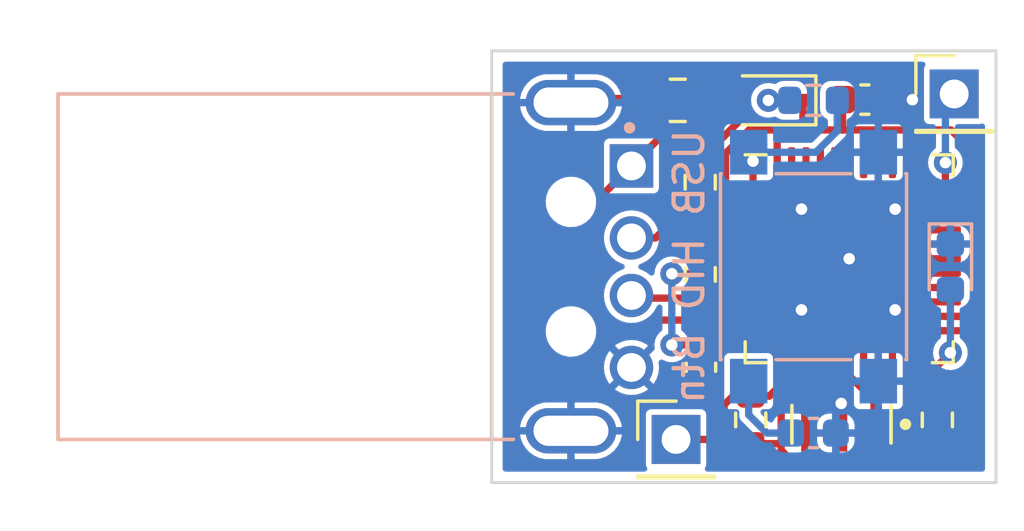
<source format=kicad_pcb>
(kicad_pcb (version 20211014) (generator pcbnew)
  (layers (0 "F.Cu" signal) (31 "B.Cu" signal) (34 "B.Paste" user) (35 "F.Paste" user) (36 "B.SilkS" user "B.Silkscreen") (37 "F.SilkS" user "F.Silkscreen") (38 "B.Mask" user) (39 "F.Mask" user) (44 "Edge.Cuts" user))
  (net 0 "")
  (net 1 "GND")
  (net 2 "+5V")
  (net 3 "Net-(D2-Pad2)")
  (net 4 "VBUS")
  (net 5 "Net-(J1-Pad2)")
  (net 6 "Net-(J1-Pad3)")
  (net 7 "Net-(R1-Pad2)")
  (net 8 "Net-(R2-Pad2)")
  (net 14 "Net-(U1-Pad16)")
  (net 15 "Net-(U1-Pad17)")
  (net 35 "Net-(R4-Pad1)")
  (net 36 "Net-(C2-Pad1)")
  (net 37 "Net-(R3-Pad2)")
  (net 38 "Net-(U1-Pad1)")
  (net 39 "Net-(U1-Pad33)")
  (footprint "Capacitor_SMD:C_0603_1608Metric" (layer "F.Cu") (at 98.5106 103.4928 -90)
    (fp_text reference "C2")
    (fp_text value "1u")
    (fp_line (start -0.14058 0.51) (end 0.14058 0.51) (layer "F.SilkS") (width 0.12))
    (fp_line (start -0.14058 -0.51) (end 0.14058 -0.51) (layer "F.SilkS") (width 0.12))
    (pad "1" smd roundrect (at -0.775 0 270) (size 0.9 0.95) (layers "F.Cu" "F.Paste" "F.Mask") (net 36 "Net-(C2-Pad1)"))
    (pad "2" smd roundrect (at 0.775 0 270) (size 0.9 0.95) (layers "F.Cu" "F.Paste" "F.Mask") (net 1 "GND"))
  )
  (footprint "Package_DFN_QFN:QFN-44-1EP_7x7mm_P0.5mm_EP5.2x5.2mm" (layer "F.Cu") (at 103.656 99.7235)
    (fp_text reference "U1")
    (fp_text value "ATmega32U4-M")
    (fp_line (start -3.61 3.61) (end -3.61 2.885) (layer "F.SilkS") (width 0.12))
    (fp_line (start 2.885 -3.61) (end 3.61 -3.61) (layer "F.SilkS") (width 0.12))
    (fp_line (start -2.885 3.61) (end -3.61 3.61) (layer "F.SilkS") (width 0.12))
    (fp_line (start 3.61 3.61) (end 3.61 2.885) (layer "F.SilkS") (width 0.12))
    (fp_line (start 2.885 3.61) (end 3.61 3.61) (layer "F.SilkS") (width 0.12))
    (fp_line (start -2.885 -3.61) (end -3.61 -3.61) (layer "F.SilkS") (width 0.12))
    (fp_line (start 3.61 -3.61) (end 3.61 -2.885) (layer "F.SilkS") (width 0.12))
    (pad "1" smd roundrect (at -3.3375 -2.5) (size 1.075 0.25) (layers "F.Cu" "F.Paste" "F.Mask") (net 38 "Net-(U1-Pad1)"))
    (pad "2" smd roundrect (at -3.3375 -2) (size 1.075 0.25) (layers "F.Cu" "F.Paste" "F.Mask") (net 2 "+5V"))
    (pad "3" smd roundrect (at -3.3375 -1.5) (size 1.075 0.25) (layers "F.Cu" "F.Paste" "F.Mask") (net 8 "Net-(R2-Pad2)"))
    (pad "4" smd roundrect (at -3.3375 -1) (size 1.075 0.25) (layers "F.Cu" "F.Paste" "F.Mask") (net 7 "Net-(R1-Pad2)"))
    (pad "5" smd roundrect (at -3.3375 -0.5) (size 1.075 0.25) (layers "F.Cu" "F.Paste" "F.Mask") (net 1 "GND"))
    (pad "6" smd roundrect (at -3.3375 0) (size 1.075 0.25) (layers "F.Cu" "F.Paste" "F.Mask") (net 36 "Net-(C2-Pad1)"))
    (pad "7" smd roundrect (at -3.3375 0.5) (size 1.075 0.25) (layers "F.Cu" "F.Paste" "F.Mask") (net 4 "VBUS"))
    (pad "8" smd roundrect (at -3.3375 1) (size 1.075 0.25) (layers "F.Cu" "F.Paste" "F.Mask"))
    (pad "9" smd roundrect (at -3.3375 1.5) (size 1.075 0.25) (layers "F.Cu" "F.Paste" "F.Mask"))
    (pad "10" smd roundrect (at -3.3375 2) (size 1.075 0.25) (layers "F.Cu" "F.Paste" "F.Mask"))
    (pad "11" smd roundrect (at -3.3375 2.5) (size 1.075 0.25) (layers "F.Cu" "F.Paste" "F.Mask"))
    (pad "12" smd roundrect (at -2.5 3.3375) (size 0.25 1.075) (layers "F.Cu" "F.Paste" "F.Mask"))
    (pad "13" smd roundrect (at -2 3.3375) (size 0.25 1.075) (layers "F.Cu" "F.Paste" "F.Mask") (net 37 "Net-(R3-Pad2)"))
    (pad "14" smd roundrect (at -1.5 3.3375) (size 0.25 1.075) (layers "F.Cu" "F.Paste" "F.Mask") (net 2 "+5V"))
    (pad "15" smd roundrect (at -1 3.3375) (size 0.25 1.075) (layers "F.Cu" "F.Paste" "F.Mask") (net 1 "GND"))
    (pad "16" smd roundrect (at -0.5 3.3375) (size 0.25 1.075) (layers "F.Cu" "F.Paste" "F.Mask") (net 14 "Net-(U1-Pad16)"))
    (pad "17" smd roundrect (at 0 3.3375) (size 0.25 1.075) (layers "F.Cu" "F.Paste" "F.Mask") (net 15 "Net-(U1-Pad17)"))
    (pad "18" smd roundrect (at 0.5 3.3375) (size 0.25 1.075) (layers "F.Cu" "F.Paste" "F.Mask"))
    (pad "19" smd roundrect (at 1 3.3375) (size 0.25 1.075) (layers "F.Cu" "F.Paste" "F.Mask"))
    (pad "20" smd roundrect (at 1.5 3.3375) (size 0.25 1.075) (layers "F.Cu" "F.Paste" "F.Mask"))
    (pad "21" smd roundrect (at 2 3.3375) (size 0.25 1.075) (layers "F.Cu" "F.Paste" "F.Mask") (net 35 "Net-(R4-Pad1)"))
    (pad "22" smd roundrect (at 2.5 3.3375) (size 0.25 1.075) (layers "F.Cu" "F.Paste" "F.Mask"))
    (pad "23" smd roundrect (at 3.3375 2.5) (size 1.075 0.25) (layers "F.Cu" "F.Paste" "F.Mask") (net 1 "GND"))
    (pad "24" smd roundrect (at 3.3375 2) (size 1.075 0.25) (layers "F.Cu" "F.Paste" "F.Mask") (net 2 "+5V"))
    (pad "25" smd roundrect (at 3.3375 1.5) (size 1.075 0.25) (layers "F.Cu" "F.Paste" "F.Mask"))
    (pad "26" smd roundrect (at 3.3375 1) (size 1.075 0.25) (layers "F.Cu" "F.Paste" "F.Mask"))
    (pad "27" smd roundrect (at 3.3375 0.5) (size 1.075 0.25) (layers "F.Cu" "F.Paste" "F.Mask"))
    (pad "28" smd roundrect (at 3.3375 0) (size 1.075 0.25) (layers "F.Cu" "F.Paste" "F.Mask"))
    (pad "29" smd roundrect (at 3.3375 -0.5) (size 1.075 0.25) (layers "F.Cu" "F.Paste" "F.Mask"))
    (pad "30" smd roundrect (at 3.3375 -1) (size 1.075 0.25) (layers "F.Cu" "F.Paste" "F.Mask"))
    (pad "31" smd roundrect (at 3.3375 -1.5) (size 1.075 0.25) (layers "F.Cu" "F.Paste" "F.Mask"))
    (pad "32" smd roundrect (at 3.3375 -2) (size 1.075 0.25) (layers "F.Cu" "F.Paste" "F.Mask"))
    (pad "33" smd roundrect (at 3.3375 -2.5) (size 1.075 0.25) (layers "F.Cu" "F.Paste" "F.Mask") (net 39 "Net-(U1-Pad33)"))
    (pad "34" smd roundrect (at 2.5 -3.3375) (size 0.25 1.075) (layers "F.Cu" "F.Paste" "F.Mask") (net 2 "+5V"))
    (pad "35" smd roundrect (at 2 -3.3375) (size 0.25 1.075) (layers "F.Cu" "F.Paste" "F.Mask") (net 1 "GND"))
    (pad "36" smd roundrect (at 1.5 -3.3375) (size 0.25 1.075) (layers "F.Cu" "F.Paste" "F.Mask"))
    (pad "37" smd roundrect (at 1 -3.3375) (size 0.25 1.075) (layers "F.Cu" "F.Paste" "F.Mask"))
    (pad "38" smd roundrect (at 0.5 -3.3375) (size 0.25 1.075) (layers "F.Cu" "F.Paste" "F.Mask"))
    (pad "39" smd roundrect (at 0 -3.3375) (size 0.25 1.075) (layers "F.Cu" "F.Paste" "F.Mask"))
    (pad "40" smd roundrect (at -0.5 -3.3375) (size 0.25 1.075) (layers "F.Cu" "F.Paste" "F.Mask"))
    (pad "41" smd roundrect (at -1 -3.3375) (size 0.25 1.075) (layers "F.Cu" "F.Paste" "F.Mask"))
    (pad "42" smd roundrect (at -1.5 -3.3375) (size 0.25 1.075) (layers "F.Cu" "F.Paste" "F.Mask"))
    (pad "43" smd roundrect (at -2 -3.3375) (size 0.25 1.075) (layers "F.Cu" "F.Paste" "F.Mask") (net 1 "GND"))
    (pad "44" smd roundrect (at -2.5 -3.3375) (size 0.25 1.075) (layers "F.Cu" "F.Paste" "F.Mask") (net 2 "+5V"))
    (pad "45" smd rect (at 0 0) (size 5.2 5.2) (layers "F.Cu" "F.Mask") (net 1 "GND"))
  )
  (footprint "Resistor_SMD:R_0603_1608Metric" (layer "F.Cu") (at 100.2378 105.3216 90)
    (fp_text reference "R3")
    (fp_text value "10K")
    (fp_line (start -0.237258 0.5225) (end 0.237258 0.5225) (layer "F.SilkS") (width 0.12))
    (fp_line (start -0.237258 -0.5225) (end 0.237258 -0.5225) (layer "F.SilkS") (width 0.12))
    (pad "1" smd roundrect (at -0.825 0 90) (size 0.8 0.95) (layers "F.Cu" "F.Paste" "F.Mask") (net 2 "+5V"))
    (pad "2" smd roundrect (at 0.825 0 90) (size 0.8 0.95) (layers "F.Cu" "F.Paste" "F.Mask") (net 37 "Net-(R3-Pad2)"))
  )
  (footprint "Connector_PinHeader_2.54mm:PinHeader_1x01_P2.54mm_Vertical" (layer "F.Cu") (at 97.647 106)
    (fp_text reference "TP1")
    (fp_text value "RST")
    (fp_line (start -1.33 -1.33) (end 0 -1.33) (layer "F.SilkS") (width 0.12))
    (fp_line (start 1.33 1.27) (end 1.33 1.33) (layer "F.SilkS") (width 0.12))
    (fp_line (start -1.33 1.33) (end 1.33 1.33) (layer "F.SilkS") (width 0.12))
    (fp_line (start -1.33 1.27) (end -1.33 1.33) (layer "F.SilkS") (width 0.12))
    (fp_line (start -1.33 1.27) (end 1.33 1.27) (layer "F.SilkS") (width 0.12))
    (fp_line (start -1.33 0) (end -1.33 -1.33) (layer "F.SilkS") (width 0.12))
    (pad "1" thru_hole rect (at 0 0) (size 1.7 1.7) (drill 1) (layers *.Cu *.Mask) (net 37 "Net-(R3-Pad2)"))
  )
  (footprint "Resistor_SMD:R_0603_1608Metric" (layer "F.Cu") (at 98.4852 97.0666 -90)
    (fp_text reference "R2")
    (fp_text value "22")
    (fp_line (start -0.237258 0.5225) (end 0.237258 0.5225) (layer "F.SilkS") (width 0.12))
    (fp_line (start -0.237258 -0.5225) (end 0.237258 -0.5225) (layer "F.SilkS") (width 0.12))
    (pad "1" smd roundrect (at -0.825 0 270) (size 0.8 0.95) (layers "F.Cu" "F.Paste" "F.Mask") (net 5 "Net-(J1-Pad2)"))
    (pad "2" smd roundrect (at 0.825 0 270) (size 0.8 0.95) (layers "F.Cu" "F.Paste" "F.Mask") (net 8 "Net-(R2-Pad2)"))
  )
  (footprint "Capacitor_SMD:C_0603_1608Metric" (layer "F.Cu") (at 104.2002 94.1964)
    (fp_text reference "C3")
    (fp_text value "100n")
    (fp_line (start -0.14058 -0.51) (end 0.14058 -0.51) (layer "F.SilkS") (width 0.12))
    (fp_line (start -0.14058 0.51) (end 0.14058 0.51) (layer "F.SilkS") (width 0.12))
    (pad "1" smd roundrect (at -0.775 0) (size 0.9 0.95) (layers "F.Cu" "F.Paste" "F.Mask") (net 2 "+5V"))
    (pad "2" smd roundrect (at 0.775 0) (size 0.9 0.95) (layers "F.Cu" "F.Paste" "F.Mask") (net 1 "GND"))
  )
  (footprint "Capacitor_SMD:C_0805_2012Metric" (layer "F.Cu") (at 97.7058 94.2218)
    (fp_text reference "C1")
    (fp_text value "10u")
    (fp_line (start -0.261252 0.735) (end 0.261252 0.735) (layer "F.SilkS") (width 0.12))
    (fp_line (start -0.261252 -0.735) (end 0.261252 -0.735) (layer "F.SilkS") (width 0.12))
    (pad "1" smd roundrect (at -0.95 0) (size 1 1.45) (layers "F.Cu" "F.Paste" "F.Mask") (net 1 "GND"))
    (pad "2" smd roundrect (at 0.95 0) (size 1 1.45) (layers "F.Cu" "F.Paste" "F.Mask") (net 4 "VBUS"))
  )
  (footprint "Connector_PinHeader_2.54mm:PinHeader_1x01_P2.54mm_Vertical" (layer "F.Cu") (at 107.299 94)
    (fp_text reference "TP2")
    (fp_text value "HWB")
    (fp_line (start -1.33 -1.33) (end 0 -1.33) (layer "F.SilkS") (width 0.12))
    (fp_line (start -1.33 1.33) (end 1.33 1.33) (layer "F.SilkS") (width 0.12))
    (fp_line (start 1.33 1.27) (end 1.33 1.33) (layer "F.SilkS") (width 0.12))
    (fp_line (start -1.33 1.27) (end -1.33 1.33) (layer "F.SilkS") (width 0.12))
    (fp_line (start -1.33 0) (end -1.33 -1.33) (layer "F.SilkS") (width 0.12))
    (fp_line (start -1.33 1.27) (end 1.33 1.27) (layer "F.SilkS") (width 0.12))
    (pad "1" thru_hole rect (at 0 0) (size 1.7 1.7) (drill 1) (layers *.Cu *.Mask) (net 39 "Net-(U1-Pad33)"))
  )
  (footprint "usb-hid-button:OSC_CSTNE16M0VH3C000R0" (layer "F.Cu") (at 103.3874 105.474 180)
    (fp_text reference "Y1")
    (fp_text value "16MHz")
    (fp_line (start 1.72 -0.65) (end 1.72 0.65) (layer "F.SilkS") (width 0.127))
    (fp_line (start -1.72 -0.65) (end -1.72 0.65) (layer "F.SilkS") (width 0.127))
    (fp_circle (center -2.22 0) (end -2.12 0) (layer "F.SilkS") (width 0.2) (fill none))
    (pad "1" smd rect (at -1.2 0 180) (size 0.4 1.9) (layers "F.Cu" "F.Paste" "F.Mask") (net 15 "Net-(U1-Pad17)"))
    (pad "2" smd rect (at 0 0 180) (size 0.4 1.9) (layers "F.Cu" "F.Paste" "F.Mask") (net 1 "GND"))
    (pad "3" smd rect (at 1.2 0 180) (size 0.4 1.9) (layers "F.Cu" "F.Paste" "F.Mask") (net 14 "Net-(U1-Pad16)"))
  )
  (footprint "Resistor_SMD:R_0603_1608Metric" (layer "F.Cu") (at 106.7148 105.3216 90)
    (fp_text reference "R4")
    (fp_text value "1K")
    (fp_line (start -0.237258 -0.5225) (end 0.237258 -0.5225) (layer "F.SilkS") (width 0.12))
    (fp_line (start -0.237258 0.5225) (end 0.237258 0.5225) (layer "F.SilkS") (width 0.12))
    (pad "1" smd roundrect (at -0.825 0 90) (size 0.8 0.95) (layers "F.Cu" "F.Paste" "F.Mask") (net 35 "Net-(R4-Pad1)"))
    (pad "2" smd roundrect (at 0.825 0 90) (size 0.8 0.95) (layers "F.Cu" "F.Paste" "F.Mask") (net 3 "Net-(D2-Pad2)"))
  )
  (footprint "Resistor_SMD:R_0603_1608Metric" (layer "F.Cu") (at 98.4852 100.267 90)
    (fp_text reference "R1")
    (fp_text value "22")
    (fp_line (start -0.237258 -0.5225) (end 0.237258 -0.5225) (layer "F.SilkS") (width 0.12))
    (fp_line (start -0.237258 0.5225) (end 0.237258 0.5225) (layer "F.SilkS") (width 0.12))
    (pad "1" smd roundrect (at -0.825 0 90) (size 0.8 0.95) (layers "F.Cu" "F.Paste" "F.Mask") (net 6 "Net-(J1-Pad3)"))
    (pad "2" smd roundrect (at 0.825 0 90) (size 0.8 0.95) (layers "F.Cu" "F.Paste" "F.Mask") (net 7 "Net-(R1-Pad2)"))
  )
  (footprint "Diode_SMD:D_SOD-323" (layer "F.Cu") (at 100.9998 94.2218 180)
    (fp_text reference "D1")
    (fp_text value "5819")
    (fp_line (start -1.5 0.85) (end 1.05 0.85) (layer "F.SilkS") (width 0.12))
    (fp_line (start -1.5 -0.85) (end -1.5 0.85) (layer "F.SilkS") (width 0.12))
    (fp_line (start -1.5 -0.85) (end 1.05 -0.85) (layer "F.SilkS") (width 0.12))
    (pad "1" smd rect (at -1.05 0 180) (size 0.6 0.45) (layers "F.Cu" "F.Paste" "F.Mask") (net 2 "+5V"))
    (pad "2" smd rect (at 1.05 0 180) (size 0.6 0.45) (layers "F.Cu" "F.Paste" "F.Mask") (net 4 "VBUS"))
  )
  (footprint "Capacitor_SMD:C_0603_1608Metric" (layer "B.Cu") (at 102.4166 105.7782)
    (fp_text reference "C4")
    (fp_text value "100n")
    (fp_line (start -0.14058 0.51) (end 0.14058 0.51) (layer "B.SilkS") (width 0.12))
    (fp_line (start -0.14058 -0.51) (end 0.14058 -0.51) (layer "B.SilkS") (width 0.12))
    (pad "1" smd roundrect (at -0.775 0) (size 0.9 0.95) (layers "B.Cu" "B.Paste" "B.Mask") (net 38 "Net-(U1-Pad1)"))
    (pad "2" smd roundrect (at 0.775 0) (size 0.9 0.95) (layers "B.Cu" "B.Paste" "B.Mask") (net 1 "GND"))
  )
  (footprint "Button_Switch_SMD:SW_Push_1P1T_NO_6x6mm_H9.5mm" (layer "B.Cu") (at 102.4166 100 -90)
    (fp_text reference "SW1")
    (fp_text value "SW_Push")
    (fp_line (start 3.23 -3.23) (end 3.23 -3.2) (layer "B.SilkS") (width 0.12))
    (fp_line (start -3.23 3.2) (end -3.23 3.23) (layer "B.SilkS") (width 0.12))
    (fp_line (start 3.23 3.23) (end 3.23 3.2) (layer "B.SilkS") (width 0.12))
    (fp_line (start -3.23 -3.23) (end -3.23 -3.2) (layer "B.SilkS") (width 0.12))
    (fp_line (start -3.23 3.23) (end 3.23 3.23) (layer "B.SilkS") (width 0.12))
    (fp_line (start -3.23 1.3) (end -3.23 -1.3) (layer "B.SilkS") (width 0.12))
    (fp_line (start -3.23 -3.23) (end 3.23 -3.23) (layer "B.SilkS") (width 0.12))
    (fp_line (start 3.23 1.3) (end 3.23 -1.3) (layer "B.SilkS") (width 0.12))
    (pad "1" smd rect (at -3.975 2.25 270) (size 1.55 1.3) (layers "B.Cu" "B.Paste" "B.Mask") (net 38 "Net-(U1-Pad1)"))
    (pad "1" smd rect (at 3.975 2.25 270) (size 1.55 1.3) (layers "B.Cu" "B.Paste" "B.Mask") (net 38 "Net-(U1-Pad1)"))
    (pad "2" smd rect (at -3.975 -2.25 270) (size 1.55 1.3) (layers "B.Cu" "B.Paste" "B.Mask") (net 1 "GND"))
    (pad "2" smd rect (at 3.975 -2.25 270) (size 1.55 1.3) (layers "B.Cu" "B.Paste" "B.Mask") (net 1 "GND"))
  )
  (footprint "Resistor_SMD:R_0603_1608Metric" (layer "B.Cu") (at 102.4166 94.2218)
    (fp_text reference "R5")
    (fp_text value "10K")
    (fp_line (start -0.237258 0.5225) (end 0.237258 0.5225) (layer "B.SilkS") (width 0.12))
    (fp_line (start -0.237258 -0.5225) (end 0.237258 -0.5225) (layer "B.SilkS") (width 0.12))
    (pad "1" smd roundrect (at -0.825 0) (size 0.8 0.95) (layers "B.Cu" "B.Paste" "B.Mask") (net 2 "+5V"))
    (pad "2" smd roundrect (at 0.825 0) (size 0.8 0.95) (layers "B.Cu" "B.Paste" "B.Mask") (net 38 "Net-(U1-Pad1)"))
  )
  (footprint "LED_SMD:LED_0603_1608Metric" (layer "B.Cu") (at 107.1666 100 -90)
    (fp_text reference "D2")
    (fp_text value "LED")
    (fp_line (start -1.485 0.735) (end -1.485 -0.735) (layer "B.SilkS") (width 0.12))
    (fp_line (start 0.8 0.735) (end -1.485 0.735) (layer "B.SilkS") (width 0.12))
    (fp_line (start -1.485 -0.735) (end 0.8 -0.735) (layer "B.SilkS") (width 0.12))
    (pad "1" smd roundrect (at -0.7875 0 270) (size 0.875 0.95) (layers "B.Cu" "B.Paste" "B.Mask") (net 1 "GND"))
    (pad "2" smd roundrect (at 0.7875 0 270) (size 0.875 0.95) (layers "B.Cu" "B.Paste" "B.Mask") (net 3 "Net-(D2-Pad2)"))
  )
  (footprint "usb-hid-button:MOLEX_48037-0001" (layer "B.Cu") (at 94 100 90)
    (fp_text reference "J1")
    (fp_text value "USB_A")
    (fp_line (start -6 -17.8) (end 6 -17.8) (layer "B.SilkS") (width 0.127))
    (fp_line (start 6 -17.8) (end 6 -2.75) (layer "B.SilkS") (width 0.127))
    (fp_line (start -6 -2) (end -6 -2.75) (layer "B.SilkS") (width 0.127))
    (fp_line (start 6 -2.75) (end 6 -2) (layer "B.SilkS") (width 0.127))
    (fp_line (start -6 -2.75) (end -6 -17.8) (layer "B.SilkS") (width 0.127))
    (fp_line (start -6 -2.75) (end 6 -2.75) (layer "B.SilkS") (width 0.127))
    (fp_circle (center 4.826 2.032) (end 4.926 2.032) (layer "B.SilkS") (width 0.2) (fill none))
    (pad "" np_thru_hole circle (at -2.25 0 90) (size 1.25 1.25) (drill 1.25) (layers *.Cu *.Mask))
    (pad "" np_thru_hole circle (at 2.25 0 90) (size 1.25 1.25) (drill 1.25) (layers *.Cu *.Mask))
    (pad "1" thru_hole rect (at 3.5 2.1 90) (size 1.508 1.508) (drill 1) (layers *.Cu *.Mask) (net 4 "VBUS"))
    (pad "2" thru_hole circle (at 1 2.1 90) (size 1.508 1.508) (drill 1) (layers *.Cu *.Mask) (net 5 "Net-(J1-Pad2)"))
    (pad "3" thru_hole circle (at -1 2.1 90) (size 1.508 1.508) (drill 1) (layers *.Cu *.Mask) (net 6 "Net-(J1-Pad3)"))
    (pad "4" thru_hole circle (at -3.5 2.1 90) (size 1.508 1.508) (drill 1) (layers *.Cu *.Mask) (net 1 "GND"))
    (pad "5" thru_hole oval (at -5.7 0 90) (size 1.575 3.15) (drill oval 1.05 2.6) (layers *.Cu *.Mask) (net 1 "GND"))
    (pad "5" thru_hole oval (at 5.7 0 90) (size 1.575 3.15) (drill oval 1.05 2.6) (layers *.Cu *.Mask) (net 1 "GND"))
  )
  (gr_line (start 108.75 92.5) (end 108.75 107.5) (layer "Edge.Cuts") (width 0.1))
  (gr_line (start 91.25 107.5) (end 108.75 107.5) (layer "Edge.Cuts") (width 0.1))
  (gr_line (start 91.25 92.5) (end 108.75 92.5) (layer "Edge.Cuts") (width 0.1))
  (gr_line (start 91.25 92.5) (end 91.25 107.5) (layer "Edge.Cuts") (width 0.1))
  (gr_text "miekush" (at 92.3638 100 90) (layer "F.Cu") (effects (font (size 1 1))))
  (gr_text "USB HID Btn" (at 98.1042 100 90) (layer "B.SilkS") (effects (font (size 1 1)) (justify mirror)))
  (segment (start 94 94.3) (end 94.0782 94.2218) (width 0.381) (layer "F.Cu") (net 1))
  (segment (start 101.656 96.386) (end 101.656 97.7235) (width 0.254) (layer "F.Cu") (net 1))
  (segment (start 101.656 97.7235) (end 103.656 99.7235) (width 0.254) (layer "F.Cu") (net 1))
  (segment (start 106.129 102.1965) (end 106.379836 102.1965) (width 0.254) (layer "F.Cu") (net 1))
  (segment (start 96.1 103.5) (end 96.8678 104.2678) (width 0.254) (layer "F.Cu") (net 1))
  (segment (start 102.656 103.061) (end 102.656 100.7235) (width 0.254) (layer "F.Cu") (net 1))
  (segment (start 103.156 99.2235) (end 103.656 99.7235) (width 0.254) (layer "F.Cu") (net 1))
  (segment (start 104.4935 100.561) (end 106.129 102.1965) (width 0.254) (layer "F.Cu") (net 1))
  (segment (start 102.656 100.7235) (end 103.656 99.7235) (width 0.254) (layer "F.Cu") (net 1))
  (segment (start 106.406836 102.2235) (end 106.9935 102.2235) (width 0.254) (layer "F.Cu") (net 1))
  (segment (start 103.656 99.7235) (end 105.656 97.7235) (width 0.254) (layer "F.Cu") (net 1))
  (segment (start 106.379836 102.1965) (end 106.406836 102.2235) (width 0.254) (layer "F.Cu") (net 1))
  (segment (start 104.4935 99.7235) (end 104.4935 100.561) (width 0.254) (layer "F.Cu") (net 1))
  (segment (start 94.0782 94.2218) (end 96.7558 94.2218) (width 0.381) (layer "F.Cu") (net 1))
  (segment (start 105.656 97.7235) (end 105.656 96.386) (width 0.254) (layer "F.Cu") (net 1))
  (segment (start 104.9752 94.1964) (end 105.845498 94.1964) (width 0.254) (layer "F.Cu") (net 1))
  (segment (start 100.3185 99.2235) (end 103.156 99.2235) (width 0.254) (layer "F.Cu") (net 1))
  (segment (start 96.8678 104.2678) (end 98.5106 104.2678) (width 0.254) (layer "F.Cu") (net 1))
  (segment (start 105.845498 94.1964) (end 105.849498 94.2004) (width 0.254) (layer "F.Cu") (net 1))
  (segment (start 103.656 99.7235) (end 104.4935 99.7235) (width 0.254) (layer "F.Cu") (net 1))
  (via (at 102 98) (size 0.8) (drill 0.4) (layers "F.Cu" "B.Cu") (net 1))
  (via (at 105.849498 94.2004) (size 0.8) (drill 0.4) (layers "F.Cu" "B.Cu") (net 1))
  (via (at 103.378 104.7496) (size 0.8) (drill 0.4) (layers "F.Cu" "B.Cu") (net 1))
  (via (at 105.25 98) (size 0.8) (drill 0.4) (layers "F.Cu" "B.Cu") (net 1))
  (via (at 105.25 101.5) (size 0.8) (drill 0.4) (layers "F.Cu" "B.Cu") (net 1))
  (via (at 102 101.5) (size 0.8) (drill 0.4) (layers "F.Cu" "B.Cu") (net 1))
  (via (at 103.656 99.7235) (size 0.8) (drill 0.4) (layers "F.Cu" "B.Cu") (net 1))
  (segment (start 107.5436 106.934) (end 101.854 106.934) (width 0.254) (layer "F.Cu") (net 2))
  (segment (start 100.3185 97.7235) (end 99.6539 97.7235) (width 0.254) (layer "F.Cu") (net 2))
  (segment (start 102.156 103.8634) (end 102.156 103.061) (width 0.254) (layer "F.Cu") (net 2))
  (segment (start 108.204 106.2736) (end 107.5436 106.934) (width 0.254) (layer "F.Cu") (net 2))
  (segment (start 108.1821 101.7235) (end 108.204 101.7016) (width 0.254) (layer "F.Cu") (net 2))
  (segment (start 100.849302 94.2218) (end 102.0498 94.2218) (width 0.254) (layer "F.Cu") (net 2))
  (segment (start 103.4252 95.2464) (end 103.4288 95.25) (width 0.254) (layer "F.Cu") (net 2))
  (segment (start 99.3648 96.0628) (end 100.1776 95.25) (width 0.254) (layer "F.Cu") (net 2))
  (segment (start 108.204 96.266) (end 108.204 101.7016) (width 0.254) (layer "F.Cu") (net 2))
  (segment (start 101.156 95.2632) (end 101.1428 95.25) (width 0.254) (layer "F.Cu") (net 2))
  (segment (start 106.156 95.266) (end 106.172 95.25) (width 0.254) (layer "F.Cu") (net 2))
  (segment (start 101.156 96.386) (end 101.156 95.2632) (width 0.254) (layer "F.Cu") (net 2))
  (segment (start 101.1428 95.25) (end 102.0572 95.25) (width 0.254) (layer "F.Cu") (net 2))
  (segment (start 102.0498 94.2218) (end 102.0498 95.2426) (width 0.254) (layer "F.Cu") (net 2))
  (segment (start 101.2952 106.3752) (end 101.2952 106.0704) (width 0.254) (layer "F.Cu") (net 2))
  (segment (start 108.204 101.7016) (end 108.204 106.2736) (width 0.254) (layer "F.Cu") (net 2))
  (segment (start 99.3648 97.4344) (end 99.3648 96.0628) (width 0.254) (layer "F.Cu") (net 2))
  (segment (start 106.156 96.386) (end 106.156 95.266) (width 0.254) (layer "F.Cu") (net 2))
  (segment (start 100.2378 106.1466) (end 101.219 106.1466) (width 0.254) (layer "F.Cu") (net 2))
  (segment (start 101.2952 104.7242) (end 102.156 103.8634) (width 0.254) (layer "F.Cu") (net 2))
  (segment (start 102.0572 95.25) (end 103.4288 95.25) (width 0.254) (layer "F.Cu") (net 2))
  (segment (start 101.219 106.1466) (end 101.2952 106.0704) (width 0.254) (layer "F.Cu") (net 2))
  (segment (start 102.0498 95.2426) (end 102.0572 95.25) (width 0.254) (layer "F.Cu") (net 2))
  (segment (start 100.1776 95.25) (end 101.1428 95.25) (width 0.254) (layer "F.Cu") (net 2))
  (segment (start 106.172 95.25) (end 107.188 95.25) (width 0.254) (layer "F.Cu") (net 2))
  (segment (start 101.854 106.934) (end 101.2952 106.3752) (width 0.254) (layer "F.Cu") (net 2))
  (segment (start 103.4288 95.25) (end 106.172 95.25) (width 0.254) (layer "F.Cu") (net 2))
  (segment (start 101.2952 106.0704) (end 101.2952 104.7242) (width 0.254) (layer "F.Cu") (net 2))
  (segment (start 106.9935 101.7235) (end 108.1821 101.7235) (width 0.254) (layer "F.Cu") (net 2))
  (segment (start 107.188 95.25) (end 108.204 96.266) (width 0.254) (layer "F.Cu") (net 2))
  (segment (start 103.4252 94.1964) (end 103.4252 95.2464) (width 0.254) (layer "F.Cu") (net 2))
  (segment (start 99.6539 97.7235) (end 99.3648 97.4344) (width 0.254) (layer "F.Cu") (net 2))
  (via (at 100.849302 94.2218) (size 0.8) (drill 0.4) (layers "F.Cu" "B.Cu") (net 2))
  (segment (start 100.849302 94.2218) (end 101.648 94.2218) (width 0.254) (layer "B.Cu") (net 2))
  (segment (start 106.7148 103.4406) (end 107.1666 102.9888) (width 0.254) (layer "F.Cu") (net 3))
  (segment (start 106.7148 104.4966) (end 106.7148 103.4406) (width 0.254) (layer "F.Cu") (net 3))
  (via (at 107.1666 102.9888) (size 0.8) (drill 0.4) (layers "F.Cu" "B.Cu") (net 3))
  (segment (start 107.1666 102.9888) (end 107.1666 100.7875) (width 0.254) (layer "B.Cu") (net 3))
  (segment (start 97.0854 95.5146) (end 98.643 95.5146) (width 0.254) (layer "F.Cu") (net 4))
  (segment (start 96.1 96.5) (end 97.0854 95.5146) (width 0.254) (layer "F.Cu") (net 4))
  (segment (start 95.504 102.2604) (end 95.002001 101.758401) (width 0.254) (layer "F.Cu") (net 4))
  (segment (start 98.643 95.5146) (end 99.270948 95.5146) (width 0.254) (layer "F.Cu") (net 4))
  (segment (start 100.3185 100.2235) (end 99.7253 100.2235) (width 0.254) (layer "F.Cu") (net 4))
  (segment (start 99.314 100.6348) (end 99.314 101.483491) (width 0.254) (layer "F.Cu") (net 4))
  (segment (start 97.1296 101.854) (end 96.7232 102.2604) (width 0.254) (layer "F.Cu") (net 4))
  (segment (start 98.6558 95.5018) (end 98.643 95.5146) (width 0.254) (layer "F.Cu") (net 4))
  (segment (start 99.270948 95.5146) (end 99.9498 94.835748) (width 0.254) (layer "F.Cu") (net 4))
  (segment (start 98.6558 94.2218) (end 98.6558 95.5018) (width 0.254) (layer "F.Cu") (net 4))
  (segment (start 98.943491 101.854) (end 97.1296 101.854) (width 0.254) (layer "F.Cu") (net 4))
  (segment (start 99.7253 100.2235) (end 99.314 100.6348) (width 0.254) (layer "F.Cu") (net 4))
  (segment (start 95.002001 101.758401) (end 95.002001 97.597999) (width 0.254) (layer "F.Cu") (net 4))
  (segment (start 96.7232 102.2604) (end 95.504 102.2604) (width 0.254) (layer "F.Cu") (net 4))
  (segment (start 99.314 101.483491) (end 98.943491 101.854) (width 0.254) (layer "F.Cu") (net 4))
  (segment (start 95.002001 97.597999) (end 96.1 96.5) (width 0.254) (layer "F.Cu") (net 4))
  (segment (start 99.9498 94.835748) (end 99.9498 94.2218) (width 0.254) (layer "F.Cu") (net 4))
  (segment (start 96.9356 99) (end 97.4344 98.5012) (width 0.254) (layer "F.Cu") (net 5))
  (segment (start 97.4344 98.5012) (end 97.4344 97.2924) (width 0.254) (layer "F.Cu") (net 5))
  (segment (start 97.4344 97.2924) (end 98.4852 96.2416) (width 0.254) (layer "F.Cu") (net 5))
  (segment (start 96.1 99) (end 96.9356 99) (width 0.254) (layer "F.Cu") (net 5))
  (segment (start 96.1 101) (end 96.192 101.092) (width 0.254) (layer "F.Cu") (net 6))
  (segment (start 96.192 101.092) (end 98.4852 101.092) (width 0.254) (layer "F.Cu") (net 6))
  (segment (start 100.3185 98.7235) (end 99.2037 98.7235) (width 0.254) (layer "F.Cu") (net 7))
  (segment (start 99.2037 98.7235) (end 98.4852 99.442) (width 0.254) (layer "F.Cu") (net 7))
  (segment (start 99.0774 97.8916) (end 98.4852 97.8916) (width 0.254) (layer "F.Cu") (net 8))
  (segment (start 99.4093 98.2235) (end 99.0774 97.8916) (width 0.254) (layer "F.Cu") (net 8))
  (segment (start 100.3185 98.2235) (end 99.4093 98.2235) (width 0.254) (layer "F.Cu") (net 8))
  (segment (start 102.1874 104.721) (end 102.1874 105.474) (width 0.254) (layer "F.Cu") (net 14))
  (segment (start 103.156 103.061) (end 103.156 103.7524) (width 0.254) (layer "F.Cu") (net 14))
  (segment (start 103.156 103.7524) (end 102.1874 104.721) (width 0.254) (layer "F.Cu") (net 14))
  (segment (start 103.656 103.061) (end 103.656 103.783) (width 0.254) (layer "F.Cu") (net 15))
  (segment (start 103.656 103.783) (end 104.5874 104.7144) (width 0.254) (layer "F.Cu") (net 15))
  (segment (start 104.5874 104.7144) (end 104.5874 105.474) (width 0.254) (layer "F.Cu") (net 15))
  (segment (start 105.9942 106.1466) (end 106.7148 106.1466) (width 0.254) (layer "F.Cu") (net 35))
  (segment (start 105.656 105.8084) (end 105.9942 106.1466) (width 0.254) (layer "F.Cu") (net 35))
  (segment (start 105.656 103.061) (end 105.656 105.8084) (width 0.254) (layer "F.Cu") (net 35))
  (segment (start 97.5 102.7178) (end 98.5106 102.7178) (width 0.254) (layer "F.Cu") (net 36))
  (segment (start 99.5141 99.7235) (end 100.3185 99.7235) (width 0.254) (layer "F.Cu") (net 36))
  (segment (start 98.992 100.2456) (end 99.5141 99.7235) (width 0.254) (layer "F.Cu") (net 36))
  (segment (start 97.5 100.2456) (end 98.992 100.2456) (width 0.254) (layer "F.Cu") (net 36))
  (via (at 97.5 102.7178) (size 0.8) (drill 0.4) (layers "F.Cu" "B.Cu") (net 36))
  (via (at 97.5 100.2456) (size 0.8) (drill 0.4) (layers "F.Cu" "B.Cu") (net 36))
  (segment (start 97.5 102.7178) (end 97.5 100.2456) (width 0.254) (layer "B.Cu") (net 36))
  (segment (start 99.314 105.5624) (end 99.314 104.8004) (width 0.254) (layer "F.Cu") (net 37))
  (segment (start 97.647 106) (end 98.8764 106) (width 0.254) (layer "F.Cu") (net 37))
  (segment (start 101.656 103.061) (end 101.656 103.721348) (width 0.254) (layer "F.Cu") (net 37))
  (segment (start 100.880748 104.4966) (end 100.2378 104.4966) (width 0.254) (layer "F.Cu") (net 37))
  (segment (start 99.6178 104.4966) (end 100.2378 104.4966) (width 0.254) (layer "F.Cu") (net 37))
  (segment (start 101.656 103.721348) (end 100.880748 104.4966) (width 0.254) (layer "F.Cu") (net 37))
  (segment (start 99.314 104.8004) (end 99.6178 104.4966) (width 0.254) (layer "F.Cu") (net 37))
  (segment (start 98.8764 106) (end 99.314 105.5624) (width 0.254) (layer "F.Cu") (net 37))
  (segment (start 100.3185 96.334) (end 100.3185 97.2235) (width 0.254) (layer "F.Cu") (net 38))
  (via (at 100.3185 96.334) (size 0.8) (drill 0.4) (layers "F.Cu" "B.Cu") (net 38))
  (segment (start 103.2416 94.2782) (end 103.2416 95.2848) (width 0.254) (layer "B.Cu") (net 38))
  (segment (start 100.1666 103.975) (end 100.1666 105.145) (width 0.254) (layer "B.Cu") (net 38))
  (segment (start 103.2416 95.2848) (end 102.5014 96.025) (width 0.254) (layer "B.Cu") (net 38))
  (segment (start 100.1666 105.145) (end 100.7998 105.7782) (width 0.254) (layer "B.Cu") (net 38))
  (segment (start 100.7998 105.7782) (end 101.6416 105.7782) (width 0.254) (layer "B.Cu") (net 38))
  (segment (start 102.5014 96.025) (end 100.1666 96.025) (width 0.254) (layer "B.Cu") (net 38))
  (segment (start 106.9942 96.3848) (end 106.9942 97.2228) (width 0.254) (layer "F.Cu") (net 39))
  (segment (start 106.9942 97.2228) (end 106.9935 97.2235) (width 0.254) (layer "F.Cu") (net 39))
  (via (at 106.9942 96.3848) (size 0.8) (drill 0.4) (layers "F.Cu" "B.Cu") (net 39))
  (segment (start 106.9942 96.3848) (end 106.9942 94.3048) (width 0.254) (layer "B.Cu") (net 39))
  (segment (start 106.9942 94.3048) (end 107.299 94) (width 0.254) (layer "B.Cu") (net 39))
  (zone (net 1) (net_name "GND") (layer "B.Cu") (connect_pads (clearance 0.2)) (min_thickness 0.2) (fill yes (thermal_gap 0.2) (thermal_bridge_width 0.254))
    (polygon (pts (xy 109.4326 107.6116) (xy 91.1446 107.6116) (xy 91.1446 92.3716) (xy 109.4326 92.3716)))
  )
  (zone (net 1) (net_name "GND") (layer "B.Cu") (connect_pads (clearance 0.2)) (min_thickness 0.2) (fill yes (thermal_gap 0.2) (thermal_bridge_width 0.254))
    (polygon (pts (xy 109.4326 107.51) (xy 91.1446 107.51) (xy 91.1446 92.524) (xy 109.4326 92.524)))
  )
)
</source>
